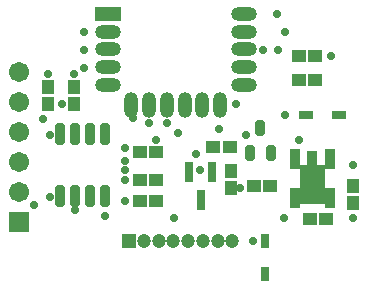
<source format=gts>
%FSTAX23Y23*%
%MOIN*%
%SFA1B1*%

%IPPOS*%
%AMD52*
4,1,8,0.015600,-0.029800,0.015600,0.029800,0.008700,0.036700,-0.008700,0.036700,-0.015600,0.029800,-0.015600,-0.029800,-0.008700,-0.036700,0.008700,-0.036700,0.015600,-0.029800,0.0*
1,1,0.013800,0.008700,-0.029800*
1,1,0.013800,0.008700,0.029800*
1,1,0.013800,-0.008700,0.029800*
1,1,0.013800,-0.008700,-0.029800*
%
%AMD56*
4,1,8,-0.016000,0.018500,-0.016000,-0.018500,-0.009000,-0.025500,0.009000,-0.025500,0.016000,-0.018500,0.016000,0.018500,0.009000,0.025500,-0.009000,0.025500,-0.016000,0.018500,0.0*
1,1,0.014000,-0.009000,0.018500*
1,1,0.014000,-0.009000,-0.018500*
1,1,0.014000,0.009000,-0.018500*
1,1,0.014000,0.009000,0.018500*
%
%ADD12R,0.003940X0.003940*%
%ADD47R,0.049340X0.031620*%
%ADD48R,0.047370X0.039500*%
%ADD49O,0.086740X0.047370*%
%ADD50C,0.068000*%
%ADD51R,0.034770X0.067060*%
G04~CAMADD=52~8~0.0~0.0~733.5~312.3~69.0~0.0~15~0.0~0.0~0.0~0.0~0~0.0~0.0~0.0~0.0~0~0.0~0.0~0.0~270.0~313.0~734.0*
%ADD52D52*%
%ADD53R,0.039500X0.047370*%
%ADD54O,0.047370X0.086740*%
%ADD55R,0.086740X0.047370*%
G04~CAMADD=56~8~0.0~0.0~509.1~320.2~70.0~0.0~15~0.0~0.0~0.0~0.0~0~0.0~0.0~0.0~0.0~0~0.0~0.0~0.0~90.0~322.0~509.0*
%ADD56D56*%
%ADD57R,0.031620X0.049340*%
%ADD58R,0.031620X0.065090*%
%ADD59C,0.047370*%
%ADD60R,0.047370X0.047370*%
%ADD61C,0.067060*%
%ADD62R,0.067060X0.067060*%
%ADD63C,0.027690*%
%LNsrt-wren-25-22-v101-1*%
%LPD*%
G36*
X01057Y00439D02*
X01082D01*
Y00311*
X00998*
Y00439*
X01023*
Y00486*
X01057*
Y00439*
G37*
G54D12*
X00811Y00707D03*
G54D47*
X01019Y00605D03*
X01129D03*
G54D48*
X00845Y0037D03*
X009D03*
X00765Y00499D03*
X0071D03*
X00995Y00804D03*
X0105D03*
Y00724D03*
X00995D03*
X00465Y00389D03*
X0052D03*
X00465Y00319D03*
X0052D03*
X00465Y00484D03*
X0052D03*
X01032Y00259D03*
X01087D03*
G54D49*
X00811Y00707D03*
Y00766D03*
Y00825D03*
Y00884D03*
Y00943D03*
X00359Y00707D03*
Y00766D03*
Y00825D03*
Y00884D03*
G54D50*
X0104Y00382D03*
G54D51*
X01099Y00459D03*
X00981D03*
Y00329D03*
X01099D03*
G54D52*
X0035Y00542D03*
X003D03*
X0025D03*
X002D03*
Y00335D03*
X0025D03*
X003D03*
X0035D03*
G54D53*
X00245Y00699D03*
Y00644D03*
X01175Y00369D03*
Y00314D03*
X0016Y00699D03*
Y00644D03*
X0077Y00419D03*
Y00364D03*
G54D54*
X00733Y00638D03*
X00674D03*
X00615D03*
X00556D03*
X00496D03*
X00437D03*
G54D55*
X00359Y00943D03*
G54D56*
X00867Y00563D03*
X00904Y00478D03*
X00831D03*
G54D57*
X00884Y00077D03*
Y00187D03*
G54D58*
X00668Y00324D03*
X0063Y00417D03*
X00705D03*
G54D59*
X00774Y00187D03*
X00676D03*
X00725D03*
X00577D03*
X00626D03*
X00479D03*
X00528D03*
G54D60*
X0043Y00187D03*
G54D61*
X00062Y0075D03*
Y0065D03*
Y0055D03*
Y0045D03*
Y0035D03*
G54D62*
X00062Y0025D03*
G54D63*
X00496Y00578D03*
X00556D03*
X00415Y00496D03*
X00144Y00592D03*
X00593Y00547D03*
X00945Y00264D03*
X01175Y00439D03*
X00415Y00389D03*
Y00319D03*
Y00454D03*
Y00424D03*
X0025Y00289D03*
X00205Y00644D03*
X00245Y00744D03*
X0028Y00764D03*
Y00824D03*
Y00884D03*
X0016Y00744D03*
X0052Y00524D03*
X0073Y00559D03*
X00665Y00424D03*
X0082Y00539D03*
X01175Y00264D03*
X00995Y00524D03*
X008Y00364D03*
X00785Y00644D03*
X00165Y00334D03*
Y00539D03*
X0035Y00269D03*
X0095Y00605D03*
X00654Y00477D03*
X00578Y00264D03*
X00925Y00824D03*
X00948Y00882D03*
X00921Y00942D03*
X00875Y00824D03*
X00111Y00305D03*
X00843Y00187D03*
X01102Y00803D03*
X0104Y00393D03*
X00444Y00596D03*
M02*
</source>
